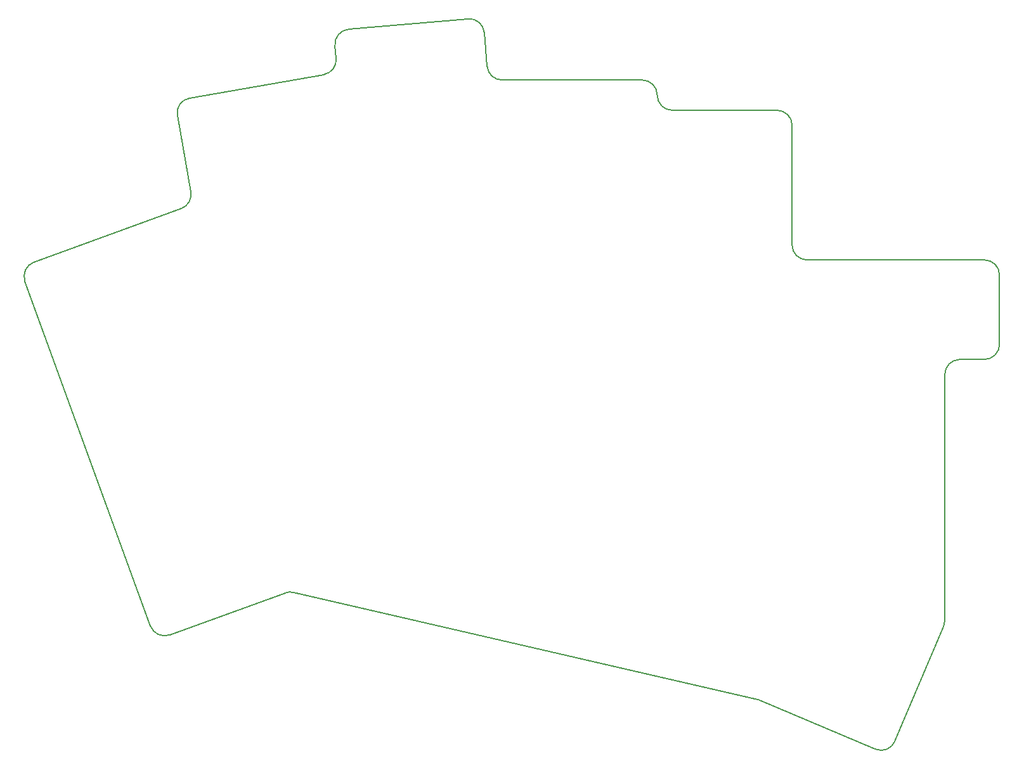
<source format=gbr>
%TF.GenerationSoftware,KiCad,Pcbnew,7.0.9*%
%TF.CreationDate,2023-12-28T22:45:01+01:00*%
%TF.ProjectId,pcb3,70636233-2e6b-4696-9361-645f70636258,v1.0.0*%
%TF.SameCoordinates,Original*%
%TF.FileFunction,Profile,NP*%
%FSLAX46Y46*%
G04 Gerber Fmt 4.6, Leading zero omitted, Abs format (unit mm)*
G04 Created by KiCad (PCBNEW 7.0.9) date 2023-12-28 22:45:01*
%MOMM*%
%LPD*%
G01*
G04 APERTURE LIST*
%TA.AperFunction,Profile*%
%ADD10C,0.150000*%
%TD*%
G04 APERTURE END LIST*
D10*
X130526843Y-41055006D02*
G75*
G03*
X132519258Y-42880692I1992657J174606D01*
G01*
X171232191Y-64914027D02*
X171232190Y-48914026D01*
X130129748Y-36516158D02*
G75*
G03*
X127963073Y-34698077I-1992248J-174142D01*
G01*
X153232177Y-44914025D02*
G75*
G03*
X155232187Y-46914023I1999823J-175D01*
G01*
X153232189Y-44914025D02*
X153232184Y-44880691D01*
X104680807Y-111338854D02*
G75*
G03*
X103546859Y-111408218I-449907J-1948446D01*
G01*
X132519258Y-42880692D02*
X151232186Y-42880698D01*
X69999699Y-67216969D02*
G75*
G03*
X68804346Y-69780397I684061J-1879401D01*
G01*
X191453422Y-115949550D02*
G75*
G03*
X191612414Y-115169222I-1840922J781450D01*
G01*
X166940308Y-125743784D02*
G75*
G03*
X166608747Y-125636060I-781908J-1842516D01*
G01*
X191631052Y-82212895D02*
X191612414Y-115169222D01*
X153232202Y-44880691D02*
G75*
G03*
X151232186Y-42880698I-1999902J91D01*
G01*
X89150112Y-47621341D02*
X90950644Y-57832678D01*
X196932189Y-80213990D02*
G75*
G03*
X198932190Y-78214022I-89J2000090D01*
G01*
X193631048Y-80214054D02*
G75*
G03*
X191631054Y-82212895I-148J-1999846D01*
G01*
X112023962Y-36092564D02*
G75*
G03*
X110205875Y-38259261I174238J-1992336D01*
G01*
X130526875Y-41055003D02*
X130129769Y-36516156D01*
X127963073Y-34698069D02*
X112023961Y-36092555D01*
X173232189Y-66914028D02*
X196932190Y-66914020D01*
X88126760Y-117020675D02*
X103546859Y-111408218D01*
X110205882Y-38259254D02*
X110357919Y-39997129D01*
X85563316Y-115825338D02*
G75*
G03*
X88126762Y-117020675I1879384J684038D01*
G01*
X198932280Y-68914030D02*
G75*
G03*
X196932190Y-66914020I-2000080J-70D01*
G01*
X69999698Y-67216966D02*
X89665069Y-60059359D01*
X89665069Y-60059359D02*
G75*
G03*
X90950642Y-57832670I-684169J1879459D01*
G01*
X108712828Y-42141060D02*
G75*
G03*
X110357917Y-39997131I-347228J1969560D01*
G01*
X198932187Y-68914030D02*
X198932190Y-78214022D01*
X184969764Y-131224110D02*
X191453436Y-115949556D01*
X68804352Y-69780398D02*
X85563336Y-115825331D01*
X196932189Y-80214032D02*
X193631060Y-80214031D01*
X171232172Y-64914027D02*
G75*
G03*
X173232189Y-66914028I1999728J-273D01*
G01*
X90772430Y-45304437D02*
X108712829Y-42141065D01*
X182347316Y-132283601D02*
G75*
G03*
X184969763Y-131224110I781384J1841201D01*
G01*
X166940305Y-125743791D02*
X182347289Y-132283664D01*
X90772431Y-45304443D02*
G75*
G03*
X89150110Y-47621349I347069J-1969457D01*
G01*
X169232189Y-46914029D02*
X155232187Y-46914023D01*
X104680806Y-111338860D02*
X166608747Y-125636060D01*
X171232171Y-48914026D02*
G75*
G03*
X169232189Y-46914029I-1999871J126D01*
G01*
M02*

</source>
